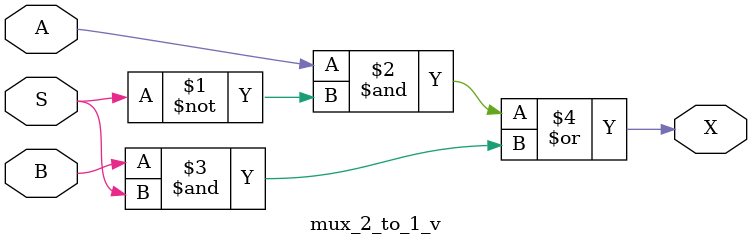
<source format=v>
module mux_2_to_1_v(A, B, S, X);
    // Declare inputs
	input A;
	input B;
	input S;

    // Declare output
	output X;
    
    // Implement the logic using assign statements
	assign X = (A & ~S) | (B & S);
endmodule
</source>
